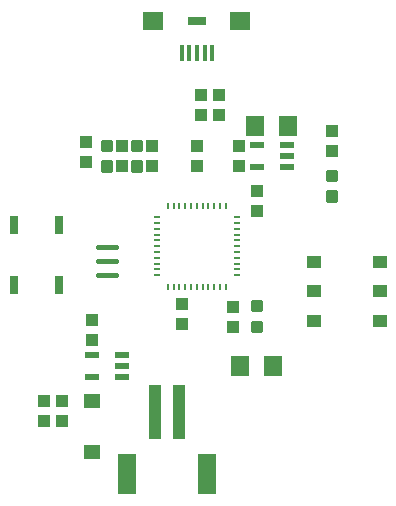
<source format=gbr>
G04 EAGLE Gerber RS-274X export*
G75*
%MOMM*%
%FSLAX34Y34*%
%LPD*%
%INSolderpaste Top*%
%IPPOS*%
%AMOC8*
5,1,8,0,0,1.08239X$1,22.5*%
G01*
%ADD10R,0.546100X0.228600*%
%ADD11R,0.228600X0.546100*%
%ADD12R,1.200000X0.550000*%
%ADD13R,1.000000X4.600000*%
%ADD14R,1.600000X3.400000*%
%ADD15C,0.300000*%
%ADD16R,1.000000X1.100000*%
%ADD17R,1.150000X1.000000*%
%ADD18R,0.762000X1.524000*%
%ADD19R,1.600000X1.800000*%
%ADD20C,0.450000*%
%ADD21R,1.470000X1.270000*%
%ADD22R,0.400000X1.400000*%
%ADD23R,1.800000X1.500000*%
%ADD24R,1.500000X0.700000*%


D10*
X34227Y62674D03*
X34227Y57658D03*
X34227Y52895D03*
X34227Y47879D03*
X34227Y43116D03*
X34227Y38100D03*
X34227Y33083D03*
X34227Y28321D03*
X34227Y23304D03*
X34227Y18542D03*
X34227Y13525D03*
D11*
X-24575Y72326D03*
X-19558Y72326D03*
X-14796Y72326D03*
X-9779Y72326D03*
X-5017Y72326D03*
X0Y72326D03*
X5017Y72326D03*
X9779Y72326D03*
X14796Y72326D03*
X19558Y72326D03*
X24575Y72326D03*
X24575Y3873D03*
X19558Y3873D03*
X14796Y3873D03*
X9779Y3873D03*
X5017Y3873D03*
X0Y3873D03*
X-5017Y3873D03*
X-9779Y3873D03*
X-14796Y3873D03*
X-19558Y3873D03*
X-24575Y3873D03*
D10*
X-34227Y13525D03*
X-34227Y18542D03*
X-34227Y23304D03*
X-34227Y28321D03*
X-34227Y33083D03*
X-34227Y38100D03*
X-34227Y43116D03*
X-34227Y47879D03*
X-34227Y52895D03*
X-34227Y57658D03*
X-34227Y62674D03*
D12*
X76501Y104800D03*
X76501Y114300D03*
X76501Y123800D03*
X50499Y123800D03*
X50499Y104800D03*
X-63199Y-73000D03*
X-63199Y-63500D03*
X-63199Y-54000D03*
X-89201Y-54000D03*
X-89201Y-73000D03*
D13*
X-15400Y-102700D03*
X-35400Y-102700D03*
D14*
X8600Y-154700D03*
X-59400Y-154700D03*
D15*
X110800Y83630D02*
X117800Y83630D01*
X117800Y76630D01*
X110800Y76630D01*
X110800Y83630D01*
X110800Y79480D02*
X117800Y79480D01*
X117800Y82330D02*
X110800Y82330D01*
X110800Y101170D02*
X117800Y101170D01*
X117800Y94170D01*
X110800Y94170D01*
X110800Y101170D01*
X110800Y97020D02*
X117800Y97020D01*
X117800Y99870D02*
X110800Y99870D01*
D16*
X-88900Y-41520D03*
X-88900Y-24520D03*
X114300Y118500D03*
X114300Y135500D03*
D17*
X98750Y25000D03*
X98750Y0D03*
X98750Y-25000D03*
X155250Y25000D03*
X155250Y0D03*
X155250Y-25000D03*
D18*
X-154940Y5080D03*
X-154940Y55880D03*
X-116840Y5080D03*
X-116840Y55880D03*
D16*
X35560Y122800D03*
X35560Y105800D03*
X-93980Y109610D03*
X-93980Y126610D03*
X3810Y148980D03*
X3810Y165980D03*
X19050Y148980D03*
X19050Y165980D03*
X-38100Y122800D03*
X-38100Y105800D03*
X-63500Y122800D03*
X-63500Y105800D03*
D15*
X-54300Y119570D02*
X-47300Y119570D01*
X-54300Y119570D02*
X-54300Y126570D01*
X-47300Y126570D01*
X-47300Y119570D01*
X-47300Y122420D02*
X-54300Y122420D01*
X-54300Y125270D02*
X-47300Y125270D01*
X-47300Y102030D02*
X-54300Y102030D01*
X-54300Y109030D01*
X-47300Y109030D01*
X-47300Y102030D01*
X-47300Y104880D02*
X-54300Y104880D01*
X-54300Y107730D02*
X-47300Y107730D01*
X-72700Y119570D02*
X-79700Y119570D01*
X-79700Y126570D01*
X-72700Y126570D01*
X-72700Y119570D01*
X-72700Y122420D02*
X-79700Y122420D01*
X-79700Y125270D02*
X-72700Y125270D01*
X-72700Y102030D02*
X-79700Y102030D01*
X-79700Y109030D01*
X-72700Y109030D01*
X-72700Y102030D01*
X-72700Y104880D02*
X-79700Y104880D01*
X-79700Y107730D02*
X-72700Y107730D01*
X47300Y-16320D02*
X54300Y-16320D01*
X47300Y-16320D02*
X47300Y-9320D01*
X54300Y-9320D01*
X54300Y-16320D01*
X54300Y-13470D02*
X47300Y-13470D01*
X47300Y-10620D02*
X54300Y-10620D01*
X54300Y-33860D02*
X47300Y-33860D01*
X47300Y-26860D01*
X54300Y-26860D01*
X54300Y-33860D01*
X54300Y-31010D02*
X47300Y-31010D01*
X47300Y-28160D02*
X54300Y-28160D01*
D16*
X30480Y-30090D03*
X30480Y-13090D03*
X-12700Y-27550D03*
X-12700Y-10550D03*
X50800Y67700D03*
X50800Y84700D03*
X-129540Y-110100D03*
X-129540Y-93100D03*
X0Y122800D03*
X0Y105800D03*
X-114300Y-110100D03*
X-114300Y-93100D03*
D19*
X77500Y139700D03*
X49500Y139700D03*
X64800Y-63500D03*
X36800Y-63500D03*
D20*
X-68925Y13400D02*
X-83475Y13400D01*
X-83475Y25400D02*
X-68925Y25400D01*
X-68925Y37400D02*
X-83475Y37400D01*
D21*
X-88900Y-135800D03*
X-88900Y-92800D03*
D22*
X0Y201600D03*
X6500Y201600D03*
X13000Y201600D03*
X-6500Y201600D03*
X-13000Y201600D03*
D23*
X36840Y228600D03*
D24*
X0Y228600D03*
D23*
X-36840Y228600D03*
M02*

</source>
